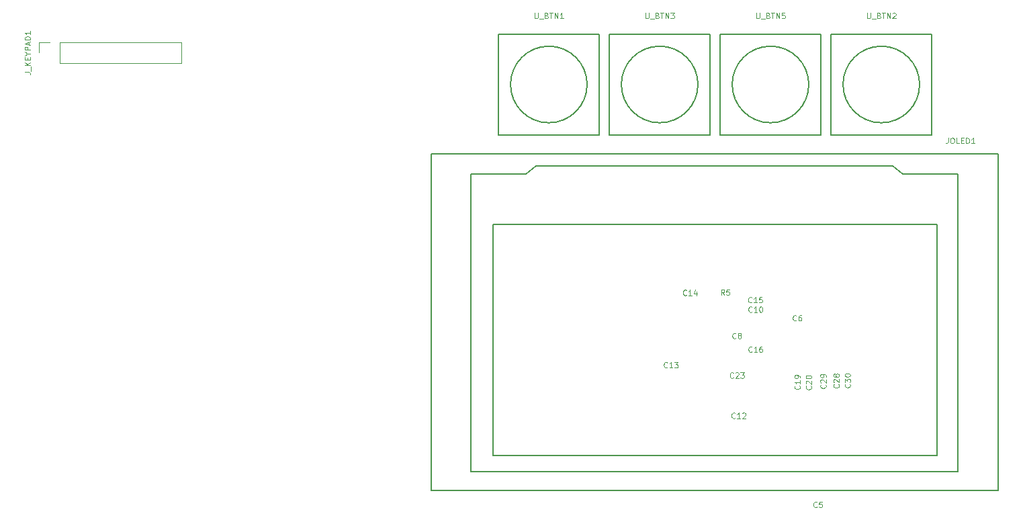
<source format=gbr>
G04 #@! TF.GenerationSoftware,KiCad,Pcbnew,(5.1.2-1)-1*
G04 #@! TF.CreationDate,2019-07-19T21:50:30+01:00*
G04 #@! TF.ProjectId,ControlModule,436f6e74-726f-46c4-9d6f-64756c652e6b,C*
G04 #@! TF.SameCoordinates,Original*
G04 #@! TF.FileFunction,Legend,Top*
G04 #@! TF.FilePolarity,Positive*
%FSLAX46Y46*%
G04 Gerber Fmt 4.6, Leading zero omitted, Abs format (unit mm)*
G04 Created by KiCad (PCBNEW (5.1.2-1)-1) date 2019-07-19 21:50:30*
%MOMM*%
%LPD*%
G04 APERTURE LIST*
%ADD10C,0.120000*%
%ADD11C,0.150000*%
%ADD12C,0.100000*%
G04 APERTURE END LIST*
D10*
X72355400Y-59994800D02*
X72355400Y-58664800D01*
X72355400Y-58664800D02*
X73685400Y-58664800D01*
X74955400Y-58664800D02*
X90255400Y-58664800D01*
X90255400Y-61324800D02*
X90255400Y-58664800D01*
X74955400Y-61324800D02*
X90255400Y-61324800D01*
X74955400Y-61324800D02*
X74955400Y-58664800D01*
D11*
X193230500Y-115189000D02*
X121729500Y-115189000D01*
X121729500Y-115189000D02*
X121729500Y-72771000D01*
X193230500Y-72771000D02*
X121729500Y-72771000D01*
X193230500Y-115189000D02*
X193230500Y-72771000D01*
X188150500Y-75311000D02*
X188150500Y-112776000D01*
X126746000Y-75311000D02*
X126746000Y-112776000D01*
X126746000Y-112776000D02*
X188150500Y-112776000D01*
X185547000Y-110744000D02*
X129540000Y-110744000D01*
X129540000Y-110744000D02*
X129540000Y-81661000D01*
X129540000Y-81661000D02*
X185547000Y-81661000D01*
X185547000Y-81661000D02*
X185547000Y-110744000D01*
X157480000Y-74295000D02*
X135001000Y-74295000D01*
X135001000Y-74295000D02*
X133731000Y-75311000D01*
X157480000Y-74295000D02*
X179959000Y-74295000D01*
X126746000Y-75311000D02*
X133731000Y-75311000D01*
X188150500Y-75311000D02*
X181229000Y-75311000D01*
X181229000Y-75311000D02*
X179959000Y-74295000D01*
X136588500Y-70358000D02*
X130238500Y-70358000D01*
X130238500Y-70358000D02*
X130238500Y-57658000D01*
X130238500Y-57658000D02*
X142938500Y-57658000D01*
X142938500Y-57658000D02*
X142938500Y-70358000D01*
X142938500Y-70358000D02*
X136588500Y-70358000D01*
X141414500Y-64008000D02*
G75*
G03X141414500Y-64008000I-4826000J0D01*
G01*
X150558500Y-70358000D02*
X144208500Y-70358000D01*
X144208500Y-70358000D02*
X144208500Y-57658000D01*
X144208500Y-57658000D02*
X156908500Y-57658000D01*
X156908500Y-57658000D02*
X156908500Y-70358000D01*
X156908500Y-70358000D02*
X150558500Y-70358000D01*
X155384500Y-64008000D02*
G75*
G03X155384500Y-64008000I-4826000J0D01*
G01*
X169354500Y-64008000D02*
G75*
G03X169354500Y-64008000I-4826000J0D01*
G01*
X170878500Y-70358000D02*
X164528500Y-70358000D01*
X170878500Y-57658000D02*
X170878500Y-70358000D01*
X158178500Y-57658000D02*
X170878500Y-57658000D01*
X158178500Y-70358000D02*
X158178500Y-57658000D01*
X164528500Y-70358000D02*
X158178500Y-70358000D01*
X178498500Y-70358000D02*
X172148500Y-70358000D01*
X172148500Y-70358000D02*
X172148500Y-57658000D01*
X172148500Y-57658000D02*
X184848500Y-57658000D01*
X184848500Y-57658000D02*
X184848500Y-70358000D01*
X184848500Y-70358000D02*
X178498500Y-70358000D01*
X183324500Y-64008000D02*
G75*
G03X183324500Y-64008000I-4826000J0D01*
G01*
D12*
X174519400Y-101770600D02*
X174552733Y-101803933D01*
X174586066Y-101903933D01*
X174586066Y-101970600D01*
X174552733Y-102070600D01*
X174486066Y-102137266D01*
X174419400Y-102170600D01*
X174286066Y-102203933D01*
X174186066Y-102203933D01*
X174052733Y-102170600D01*
X173986066Y-102137266D01*
X173919400Y-102070600D01*
X173886066Y-101970600D01*
X173886066Y-101903933D01*
X173919400Y-101803933D01*
X173952733Y-101770600D01*
X173886066Y-101537266D02*
X173886066Y-101103933D01*
X174152733Y-101337266D01*
X174152733Y-101237266D01*
X174186066Y-101170600D01*
X174219400Y-101137266D01*
X174286066Y-101103933D01*
X174452733Y-101103933D01*
X174519400Y-101137266D01*
X174552733Y-101170600D01*
X174586066Y-101237266D01*
X174586066Y-101437266D01*
X174552733Y-101503933D01*
X174519400Y-101537266D01*
X173886066Y-100670600D02*
X173886066Y-100603933D01*
X173919400Y-100537266D01*
X173952733Y-100503933D01*
X174019400Y-100470600D01*
X174152733Y-100437266D01*
X174319400Y-100437266D01*
X174452733Y-100470600D01*
X174519400Y-100503933D01*
X174552733Y-100537266D01*
X174586066Y-100603933D01*
X174586066Y-100670600D01*
X174552733Y-100737266D01*
X174519400Y-100770600D01*
X174452733Y-100803933D01*
X174319400Y-100837266D01*
X174152733Y-100837266D01*
X174019400Y-100803933D01*
X173952733Y-100770600D01*
X173919400Y-100737266D01*
X173886066Y-100670600D01*
X171446000Y-101846800D02*
X171479333Y-101880133D01*
X171512666Y-101980133D01*
X171512666Y-102046800D01*
X171479333Y-102146800D01*
X171412666Y-102213466D01*
X171346000Y-102246800D01*
X171212666Y-102280133D01*
X171112666Y-102280133D01*
X170979333Y-102246800D01*
X170912666Y-102213466D01*
X170846000Y-102146800D01*
X170812666Y-102046800D01*
X170812666Y-101980133D01*
X170846000Y-101880133D01*
X170879333Y-101846800D01*
X170879333Y-101580133D02*
X170846000Y-101546800D01*
X170812666Y-101480133D01*
X170812666Y-101313466D01*
X170846000Y-101246800D01*
X170879333Y-101213466D01*
X170946000Y-101180133D01*
X171012666Y-101180133D01*
X171112666Y-101213466D01*
X171512666Y-101613466D01*
X171512666Y-101180133D01*
X171512666Y-100846800D02*
X171512666Y-100713466D01*
X171479333Y-100646800D01*
X171446000Y-100613466D01*
X171346000Y-100546800D01*
X171212666Y-100513466D01*
X170946000Y-100513466D01*
X170879333Y-100546800D01*
X170846000Y-100580133D01*
X170812666Y-100646800D01*
X170812666Y-100780133D01*
X170846000Y-100846800D01*
X170879333Y-100880133D01*
X170946000Y-100913466D01*
X171112666Y-100913466D01*
X171179333Y-100880133D01*
X171212666Y-100846800D01*
X171246000Y-100780133D01*
X171246000Y-100646800D01*
X171212666Y-100580133D01*
X171179333Y-100546800D01*
X171112666Y-100513466D01*
X173097000Y-101796000D02*
X173130333Y-101829333D01*
X173163666Y-101929333D01*
X173163666Y-101996000D01*
X173130333Y-102096000D01*
X173063666Y-102162666D01*
X172997000Y-102196000D01*
X172863666Y-102229333D01*
X172763666Y-102229333D01*
X172630333Y-102196000D01*
X172563666Y-102162666D01*
X172497000Y-102096000D01*
X172463666Y-101996000D01*
X172463666Y-101929333D01*
X172497000Y-101829333D01*
X172530333Y-101796000D01*
X172530333Y-101529333D02*
X172497000Y-101496000D01*
X172463666Y-101429333D01*
X172463666Y-101262666D01*
X172497000Y-101196000D01*
X172530333Y-101162666D01*
X172597000Y-101129333D01*
X172663666Y-101129333D01*
X172763666Y-101162666D01*
X173163666Y-101562666D01*
X173163666Y-101129333D01*
X172763666Y-100729333D02*
X172730333Y-100796000D01*
X172697000Y-100829333D01*
X172630333Y-100862666D01*
X172597000Y-100862666D01*
X172530333Y-100829333D01*
X172497000Y-100796000D01*
X172463666Y-100729333D01*
X172463666Y-100596000D01*
X172497000Y-100529333D01*
X172530333Y-100496000D01*
X172597000Y-100462666D01*
X172630333Y-100462666D01*
X172697000Y-100496000D01*
X172730333Y-100529333D01*
X172763666Y-100596000D01*
X172763666Y-100729333D01*
X172797000Y-100796000D01*
X172830333Y-100829333D01*
X172897000Y-100862666D01*
X173030333Y-100862666D01*
X173097000Y-100829333D01*
X173130333Y-100796000D01*
X173163666Y-100729333D01*
X173163666Y-100596000D01*
X173130333Y-100529333D01*
X173097000Y-100496000D01*
X173030333Y-100462666D01*
X172897000Y-100462666D01*
X172830333Y-100496000D01*
X172797000Y-100529333D01*
X172763666Y-100596000D01*
X70532066Y-62461466D02*
X71032066Y-62461466D01*
X71132066Y-62494800D01*
X71198733Y-62561466D01*
X71232066Y-62661466D01*
X71232066Y-62728133D01*
X71298733Y-62294800D02*
X71298733Y-61761466D01*
X71232066Y-61594800D02*
X70532066Y-61594800D01*
X71232066Y-61194800D02*
X70832066Y-61494800D01*
X70532066Y-61194800D02*
X70932066Y-61594800D01*
X70865400Y-60894800D02*
X70865400Y-60661466D01*
X71232066Y-60561466D02*
X71232066Y-60894800D01*
X70532066Y-60894800D01*
X70532066Y-60561466D01*
X70898733Y-60128133D02*
X71232066Y-60128133D01*
X70532066Y-60361466D02*
X70898733Y-60128133D01*
X70532066Y-59894800D01*
X71232066Y-59661466D02*
X70532066Y-59661466D01*
X70532066Y-59394800D01*
X70565400Y-59328133D01*
X70598733Y-59294800D01*
X70665400Y-59261466D01*
X70765400Y-59261466D01*
X70832066Y-59294800D01*
X70865400Y-59328133D01*
X70898733Y-59394800D01*
X70898733Y-59661466D01*
X71032066Y-58994800D02*
X71032066Y-58661466D01*
X71232066Y-59061466D02*
X70532066Y-58828133D01*
X71232066Y-58594800D01*
X71232066Y-58361466D02*
X70532066Y-58361466D01*
X70532066Y-58194800D01*
X70565400Y-58094800D01*
X70632066Y-58028133D01*
X70698733Y-57994800D01*
X70832066Y-57961466D01*
X70932066Y-57961466D01*
X71065400Y-57994800D01*
X71132066Y-58028133D01*
X71198733Y-58094800D01*
X71232066Y-58194800D01*
X71232066Y-58361466D01*
X71232066Y-57294800D02*
X71232066Y-57694800D01*
X71232066Y-57494800D02*
X70532066Y-57494800D01*
X70632066Y-57561466D01*
X70698733Y-57628133D01*
X70732066Y-57694800D01*
X186918000Y-70736666D02*
X186918000Y-71236666D01*
X186884666Y-71336666D01*
X186818000Y-71403333D01*
X186718000Y-71436666D01*
X186651333Y-71436666D01*
X187384666Y-70736666D02*
X187518000Y-70736666D01*
X187584666Y-70770000D01*
X187651333Y-70836666D01*
X187684666Y-70970000D01*
X187684666Y-71203333D01*
X187651333Y-71336666D01*
X187584666Y-71403333D01*
X187518000Y-71436666D01*
X187384666Y-71436666D01*
X187318000Y-71403333D01*
X187251333Y-71336666D01*
X187218000Y-71203333D01*
X187218000Y-70970000D01*
X187251333Y-70836666D01*
X187318000Y-70770000D01*
X187384666Y-70736666D01*
X188318000Y-71436666D02*
X187984666Y-71436666D01*
X187984666Y-70736666D01*
X188551333Y-71070000D02*
X188784666Y-71070000D01*
X188884666Y-71436666D02*
X188551333Y-71436666D01*
X188551333Y-70736666D01*
X188884666Y-70736666D01*
X189184666Y-71436666D02*
X189184666Y-70736666D01*
X189351333Y-70736666D01*
X189451333Y-70770000D01*
X189518000Y-70836666D01*
X189551333Y-70903333D01*
X189584666Y-71036666D01*
X189584666Y-71136666D01*
X189551333Y-71270000D01*
X189518000Y-71336666D01*
X189451333Y-71403333D01*
X189351333Y-71436666D01*
X189184666Y-71436666D01*
X190251333Y-71436666D02*
X189851333Y-71436666D01*
X190051333Y-71436666D02*
X190051333Y-70736666D01*
X189984666Y-70836666D01*
X189918000Y-70903333D01*
X189851333Y-70936666D01*
X134805166Y-54988666D02*
X134805166Y-55555333D01*
X134838500Y-55622000D01*
X134871833Y-55655333D01*
X134938500Y-55688666D01*
X135071833Y-55688666D01*
X135138500Y-55655333D01*
X135171833Y-55622000D01*
X135205166Y-55555333D01*
X135205166Y-54988666D01*
X135371833Y-55755333D02*
X135905166Y-55755333D01*
X136305166Y-55322000D02*
X136405166Y-55355333D01*
X136438500Y-55388666D01*
X136471833Y-55455333D01*
X136471833Y-55555333D01*
X136438500Y-55622000D01*
X136405166Y-55655333D01*
X136338500Y-55688666D01*
X136071833Y-55688666D01*
X136071833Y-54988666D01*
X136305166Y-54988666D01*
X136371833Y-55022000D01*
X136405166Y-55055333D01*
X136438500Y-55122000D01*
X136438500Y-55188666D01*
X136405166Y-55255333D01*
X136371833Y-55288666D01*
X136305166Y-55322000D01*
X136071833Y-55322000D01*
X136671833Y-54988666D02*
X137071833Y-54988666D01*
X136871833Y-55688666D02*
X136871833Y-54988666D01*
X137305166Y-55688666D02*
X137305166Y-54988666D01*
X137705166Y-55688666D01*
X137705166Y-54988666D01*
X138405166Y-55688666D02*
X138005166Y-55688666D01*
X138205166Y-55688666D02*
X138205166Y-54988666D01*
X138138500Y-55088666D01*
X138071833Y-55155333D01*
X138005166Y-55188666D01*
X148775166Y-54988666D02*
X148775166Y-55555333D01*
X148808500Y-55622000D01*
X148841833Y-55655333D01*
X148908500Y-55688666D01*
X149041833Y-55688666D01*
X149108500Y-55655333D01*
X149141833Y-55622000D01*
X149175166Y-55555333D01*
X149175166Y-54988666D01*
X149341833Y-55755333D02*
X149875166Y-55755333D01*
X150275166Y-55322000D02*
X150375166Y-55355333D01*
X150408500Y-55388666D01*
X150441833Y-55455333D01*
X150441833Y-55555333D01*
X150408500Y-55622000D01*
X150375166Y-55655333D01*
X150308500Y-55688666D01*
X150041833Y-55688666D01*
X150041833Y-54988666D01*
X150275166Y-54988666D01*
X150341833Y-55022000D01*
X150375166Y-55055333D01*
X150408500Y-55122000D01*
X150408500Y-55188666D01*
X150375166Y-55255333D01*
X150341833Y-55288666D01*
X150275166Y-55322000D01*
X150041833Y-55322000D01*
X150641833Y-54988666D02*
X151041833Y-54988666D01*
X150841833Y-55688666D02*
X150841833Y-54988666D01*
X151275166Y-55688666D02*
X151275166Y-54988666D01*
X151675166Y-55688666D01*
X151675166Y-54988666D01*
X151941833Y-54988666D02*
X152375166Y-54988666D01*
X152141833Y-55255333D01*
X152241833Y-55255333D01*
X152308500Y-55288666D01*
X152341833Y-55322000D01*
X152375166Y-55388666D01*
X152375166Y-55555333D01*
X152341833Y-55622000D01*
X152308500Y-55655333D01*
X152241833Y-55688666D01*
X152041833Y-55688666D01*
X151975166Y-55655333D01*
X151941833Y-55622000D01*
X162745166Y-54988666D02*
X162745166Y-55555333D01*
X162778500Y-55622000D01*
X162811833Y-55655333D01*
X162878500Y-55688666D01*
X163011833Y-55688666D01*
X163078500Y-55655333D01*
X163111833Y-55622000D01*
X163145166Y-55555333D01*
X163145166Y-54988666D01*
X163311833Y-55755333D02*
X163845166Y-55755333D01*
X164245166Y-55322000D02*
X164345166Y-55355333D01*
X164378500Y-55388666D01*
X164411833Y-55455333D01*
X164411833Y-55555333D01*
X164378500Y-55622000D01*
X164345166Y-55655333D01*
X164278500Y-55688666D01*
X164011833Y-55688666D01*
X164011833Y-54988666D01*
X164245166Y-54988666D01*
X164311833Y-55022000D01*
X164345166Y-55055333D01*
X164378500Y-55122000D01*
X164378500Y-55188666D01*
X164345166Y-55255333D01*
X164311833Y-55288666D01*
X164245166Y-55322000D01*
X164011833Y-55322000D01*
X164611833Y-54988666D02*
X165011833Y-54988666D01*
X164811833Y-55688666D02*
X164811833Y-54988666D01*
X165245166Y-55688666D02*
X165245166Y-54988666D01*
X165645166Y-55688666D01*
X165645166Y-54988666D01*
X166311833Y-54988666D02*
X165978500Y-54988666D01*
X165945166Y-55322000D01*
X165978500Y-55288666D01*
X166045166Y-55255333D01*
X166211833Y-55255333D01*
X166278500Y-55288666D01*
X166311833Y-55322000D01*
X166345166Y-55388666D01*
X166345166Y-55555333D01*
X166311833Y-55622000D01*
X166278500Y-55655333D01*
X166211833Y-55688666D01*
X166045166Y-55688666D01*
X165978500Y-55655333D01*
X165945166Y-55622000D01*
X176715166Y-54988666D02*
X176715166Y-55555333D01*
X176748500Y-55622000D01*
X176781833Y-55655333D01*
X176848500Y-55688666D01*
X176981833Y-55688666D01*
X177048500Y-55655333D01*
X177081833Y-55622000D01*
X177115166Y-55555333D01*
X177115166Y-54988666D01*
X177281833Y-55755333D02*
X177815166Y-55755333D01*
X178215166Y-55322000D02*
X178315166Y-55355333D01*
X178348500Y-55388666D01*
X178381833Y-55455333D01*
X178381833Y-55555333D01*
X178348500Y-55622000D01*
X178315166Y-55655333D01*
X178248500Y-55688666D01*
X177981833Y-55688666D01*
X177981833Y-54988666D01*
X178215166Y-54988666D01*
X178281833Y-55022000D01*
X178315166Y-55055333D01*
X178348500Y-55122000D01*
X178348500Y-55188666D01*
X178315166Y-55255333D01*
X178281833Y-55288666D01*
X178215166Y-55322000D01*
X177981833Y-55322000D01*
X178581833Y-54988666D02*
X178981833Y-54988666D01*
X178781833Y-55688666D02*
X178781833Y-54988666D01*
X179215166Y-55688666D02*
X179215166Y-54988666D01*
X179615166Y-55688666D01*
X179615166Y-54988666D01*
X179915166Y-55055333D02*
X179948500Y-55022000D01*
X180015166Y-54988666D01*
X180181833Y-54988666D01*
X180248500Y-55022000D01*
X180281833Y-55055333D01*
X180315166Y-55122000D01*
X180315166Y-55188666D01*
X180281833Y-55288666D01*
X179881833Y-55688666D01*
X180315166Y-55688666D01*
X170380833Y-117217000D02*
X170347500Y-117250333D01*
X170247500Y-117283666D01*
X170180833Y-117283666D01*
X170080833Y-117250333D01*
X170014166Y-117183666D01*
X169980833Y-117117000D01*
X169947500Y-116983666D01*
X169947500Y-116883666D01*
X169980833Y-116750333D01*
X170014166Y-116683666D01*
X170080833Y-116617000D01*
X170180833Y-116583666D01*
X170247500Y-116583666D01*
X170347500Y-116617000D01*
X170380833Y-116650333D01*
X171014166Y-116583666D02*
X170680833Y-116583666D01*
X170647500Y-116917000D01*
X170680833Y-116883666D01*
X170747500Y-116850333D01*
X170914166Y-116850333D01*
X170980833Y-116883666D01*
X171014166Y-116917000D01*
X171047500Y-116983666D01*
X171047500Y-117150333D01*
X171014166Y-117217000D01*
X170980833Y-117250333D01*
X170914166Y-117283666D01*
X170747500Y-117283666D01*
X170680833Y-117250333D01*
X170647500Y-117217000D01*
X167777333Y-93722000D02*
X167744000Y-93755333D01*
X167644000Y-93788666D01*
X167577333Y-93788666D01*
X167477333Y-93755333D01*
X167410666Y-93688666D01*
X167377333Y-93622000D01*
X167344000Y-93488666D01*
X167344000Y-93388666D01*
X167377333Y-93255333D01*
X167410666Y-93188666D01*
X167477333Y-93122000D01*
X167577333Y-93088666D01*
X167644000Y-93088666D01*
X167744000Y-93122000D01*
X167777333Y-93155333D01*
X168377333Y-93088666D02*
X168244000Y-93088666D01*
X168177333Y-93122000D01*
X168144000Y-93155333D01*
X168077333Y-93255333D01*
X168044000Y-93388666D01*
X168044000Y-93655333D01*
X168077333Y-93722000D01*
X168110666Y-93755333D01*
X168177333Y-93788666D01*
X168310666Y-93788666D01*
X168377333Y-93755333D01*
X168410666Y-93722000D01*
X168444000Y-93655333D01*
X168444000Y-93488666D01*
X168410666Y-93422000D01*
X168377333Y-93388666D01*
X168310666Y-93355333D01*
X168177333Y-93355333D01*
X168110666Y-93388666D01*
X168077333Y-93422000D01*
X168044000Y-93488666D01*
X160157333Y-95957200D02*
X160124000Y-95990533D01*
X160024000Y-96023866D01*
X159957333Y-96023866D01*
X159857333Y-95990533D01*
X159790666Y-95923866D01*
X159757333Y-95857200D01*
X159724000Y-95723866D01*
X159724000Y-95623866D01*
X159757333Y-95490533D01*
X159790666Y-95423866D01*
X159857333Y-95357200D01*
X159957333Y-95323866D01*
X160024000Y-95323866D01*
X160124000Y-95357200D01*
X160157333Y-95390533D01*
X160557333Y-95623866D02*
X160490666Y-95590533D01*
X160457333Y-95557200D01*
X160424000Y-95490533D01*
X160424000Y-95457200D01*
X160457333Y-95390533D01*
X160490666Y-95357200D01*
X160557333Y-95323866D01*
X160690666Y-95323866D01*
X160757333Y-95357200D01*
X160790666Y-95390533D01*
X160824000Y-95457200D01*
X160824000Y-95490533D01*
X160790666Y-95557200D01*
X160757333Y-95590533D01*
X160690666Y-95623866D01*
X160557333Y-95623866D01*
X160490666Y-95657200D01*
X160457333Y-95690533D01*
X160424000Y-95757200D01*
X160424000Y-95890533D01*
X160457333Y-95957200D01*
X160490666Y-95990533D01*
X160557333Y-96023866D01*
X160690666Y-96023866D01*
X160757333Y-95990533D01*
X160790666Y-95957200D01*
X160824000Y-95890533D01*
X160824000Y-95757200D01*
X160790666Y-95690533D01*
X160757333Y-95657200D01*
X160690666Y-95623866D01*
X162186200Y-92629800D02*
X162152866Y-92663133D01*
X162052866Y-92696466D01*
X161986200Y-92696466D01*
X161886200Y-92663133D01*
X161819533Y-92596466D01*
X161786200Y-92529800D01*
X161752866Y-92396466D01*
X161752866Y-92296466D01*
X161786200Y-92163133D01*
X161819533Y-92096466D01*
X161886200Y-92029800D01*
X161986200Y-91996466D01*
X162052866Y-91996466D01*
X162152866Y-92029800D01*
X162186200Y-92063133D01*
X162852866Y-92696466D02*
X162452866Y-92696466D01*
X162652866Y-92696466D02*
X162652866Y-91996466D01*
X162586200Y-92096466D01*
X162519533Y-92163133D01*
X162452866Y-92196466D01*
X163286200Y-91996466D02*
X163352866Y-91996466D01*
X163419533Y-92029800D01*
X163452866Y-92063133D01*
X163486200Y-92129800D01*
X163519533Y-92263133D01*
X163519533Y-92429800D01*
X163486200Y-92563133D01*
X163452866Y-92629800D01*
X163419533Y-92663133D01*
X163352866Y-92696466D01*
X163286200Y-92696466D01*
X163219533Y-92663133D01*
X163186200Y-92629800D01*
X163152866Y-92563133D01*
X163119533Y-92429800D01*
X163119533Y-92263133D01*
X163152866Y-92129800D01*
X163186200Y-92063133D01*
X163219533Y-92029800D01*
X163286200Y-91996466D01*
X160052600Y-106015600D02*
X160019266Y-106048933D01*
X159919266Y-106082266D01*
X159852600Y-106082266D01*
X159752600Y-106048933D01*
X159685933Y-105982266D01*
X159652600Y-105915600D01*
X159619266Y-105782266D01*
X159619266Y-105682266D01*
X159652600Y-105548933D01*
X159685933Y-105482266D01*
X159752600Y-105415600D01*
X159852600Y-105382266D01*
X159919266Y-105382266D01*
X160019266Y-105415600D01*
X160052600Y-105448933D01*
X160719266Y-106082266D02*
X160319266Y-106082266D01*
X160519266Y-106082266D02*
X160519266Y-105382266D01*
X160452600Y-105482266D01*
X160385933Y-105548933D01*
X160319266Y-105582266D01*
X160985933Y-105448933D02*
X161019266Y-105415600D01*
X161085933Y-105382266D01*
X161252600Y-105382266D01*
X161319266Y-105415600D01*
X161352600Y-105448933D01*
X161385933Y-105515600D01*
X161385933Y-105582266D01*
X161352600Y-105682266D01*
X160952600Y-106082266D01*
X161385933Y-106082266D01*
X151518200Y-99638600D02*
X151484866Y-99671933D01*
X151384866Y-99705266D01*
X151318200Y-99705266D01*
X151218200Y-99671933D01*
X151151533Y-99605266D01*
X151118200Y-99538600D01*
X151084866Y-99405266D01*
X151084866Y-99305266D01*
X151118200Y-99171933D01*
X151151533Y-99105266D01*
X151218200Y-99038600D01*
X151318200Y-99005266D01*
X151384866Y-99005266D01*
X151484866Y-99038600D01*
X151518200Y-99071933D01*
X152184866Y-99705266D02*
X151784866Y-99705266D01*
X151984866Y-99705266D02*
X151984866Y-99005266D01*
X151918200Y-99105266D01*
X151851533Y-99171933D01*
X151784866Y-99205266D01*
X152418200Y-99005266D02*
X152851533Y-99005266D01*
X152618200Y-99271933D01*
X152718200Y-99271933D01*
X152784866Y-99305266D01*
X152818200Y-99338600D01*
X152851533Y-99405266D01*
X152851533Y-99571933D01*
X152818200Y-99638600D01*
X152784866Y-99671933D01*
X152718200Y-99705266D01*
X152518200Y-99705266D01*
X152451533Y-99671933D01*
X152418200Y-99638600D01*
X153931200Y-90521600D02*
X153897866Y-90554933D01*
X153797866Y-90588266D01*
X153731200Y-90588266D01*
X153631200Y-90554933D01*
X153564533Y-90488266D01*
X153531200Y-90421600D01*
X153497866Y-90288266D01*
X153497866Y-90188266D01*
X153531200Y-90054933D01*
X153564533Y-89988266D01*
X153631200Y-89921600D01*
X153731200Y-89888266D01*
X153797866Y-89888266D01*
X153897866Y-89921600D01*
X153931200Y-89954933D01*
X154597866Y-90588266D02*
X154197866Y-90588266D01*
X154397866Y-90588266D02*
X154397866Y-89888266D01*
X154331200Y-89988266D01*
X154264533Y-90054933D01*
X154197866Y-90088266D01*
X155197866Y-90121600D02*
X155197866Y-90588266D01*
X155031200Y-89854933D02*
X154864533Y-90354933D01*
X155297866Y-90354933D01*
X162160800Y-91436000D02*
X162127466Y-91469333D01*
X162027466Y-91502666D01*
X161960800Y-91502666D01*
X161860800Y-91469333D01*
X161794133Y-91402666D01*
X161760800Y-91336000D01*
X161727466Y-91202666D01*
X161727466Y-91102666D01*
X161760800Y-90969333D01*
X161794133Y-90902666D01*
X161860800Y-90836000D01*
X161960800Y-90802666D01*
X162027466Y-90802666D01*
X162127466Y-90836000D01*
X162160800Y-90869333D01*
X162827466Y-91502666D02*
X162427466Y-91502666D01*
X162627466Y-91502666D02*
X162627466Y-90802666D01*
X162560800Y-90902666D01*
X162494133Y-90969333D01*
X162427466Y-91002666D01*
X163460800Y-90802666D02*
X163127466Y-90802666D01*
X163094133Y-91136000D01*
X163127466Y-91102666D01*
X163194133Y-91069333D01*
X163360800Y-91069333D01*
X163427466Y-91102666D01*
X163460800Y-91136000D01*
X163494133Y-91202666D01*
X163494133Y-91369333D01*
X163460800Y-91436000D01*
X163427466Y-91469333D01*
X163360800Y-91502666D01*
X163194133Y-91502666D01*
X163127466Y-91469333D01*
X163094133Y-91436000D01*
X168194800Y-101973800D02*
X168228133Y-102007133D01*
X168261466Y-102107133D01*
X168261466Y-102173800D01*
X168228133Y-102273800D01*
X168161466Y-102340466D01*
X168094800Y-102373800D01*
X167961466Y-102407133D01*
X167861466Y-102407133D01*
X167728133Y-102373800D01*
X167661466Y-102340466D01*
X167594800Y-102273800D01*
X167561466Y-102173800D01*
X167561466Y-102107133D01*
X167594800Y-102007133D01*
X167628133Y-101973800D01*
X168261466Y-101307133D02*
X168261466Y-101707133D01*
X168261466Y-101507133D02*
X167561466Y-101507133D01*
X167661466Y-101573800D01*
X167728133Y-101640466D01*
X167761466Y-101707133D01*
X168261466Y-100973800D02*
X168261466Y-100840466D01*
X168228133Y-100773800D01*
X168194800Y-100740466D01*
X168094800Y-100673800D01*
X167961466Y-100640466D01*
X167694800Y-100640466D01*
X167628133Y-100673800D01*
X167594800Y-100707133D01*
X167561466Y-100773800D01*
X167561466Y-100907133D01*
X167594800Y-100973800D01*
X167628133Y-101007133D01*
X167694800Y-101040466D01*
X167861466Y-101040466D01*
X167928133Y-101007133D01*
X167961466Y-100973800D01*
X167994800Y-100907133D01*
X167994800Y-100773800D01*
X167961466Y-100707133D01*
X167928133Y-100673800D01*
X167861466Y-100640466D01*
X169617200Y-101999200D02*
X169650533Y-102032533D01*
X169683866Y-102132533D01*
X169683866Y-102199200D01*
X169650533Y-102299200D01*
X169583866Y-102365866D01*
X169517200Y-102399200D01*
X169383866Y-102432533D01*
X169283866Y-102432533D01*
X169150533Y-102399200D01*
X169083866Y-102365866D01*
X169017200Y-102299200D01*
X168983866Y-102199200D01*
X168983866Y-102132533D01*
X169017200Y-102032533D01*
X169050533Y-101999200D01*
X169050533Y-101732533D02*
X169017200Y-101699200D01*
X168983866Y-101632533D01*
X168983866Y-101465866D01*
X169017200Y-101399200D01*
X169050533Y-101365866D01*
X169117200Y-101332533D01*
X169183866Y-101332533D01*
X169283866Y-101365866D01*
X169683866Y-101765866D01*
X169683866Y-101332533D01*
X168983866Y-100899200D02*
X168983866Y-100832533D01*
X169017200Y-100765866D01*
X169050533Y-100732533D01*
X169117200Y-100699200D01*
X169250533Y-100665866D01*
X169417200Y-100665866D01*
X169550533Y-100699200D01*
X169617200Y-100732533D01*
X169650533Y-100765866D01*
X169683866Y-100832533D01*
X169683866Y-100899200D01*
X169650533Y-100965866D01*
X169617200Y-100999200D01*
X169550533Y-101032533D01*
X169417200Y-101065866D01*
X169250533Y-101065866D01*
X169117200Y-101032533D01*
X169050533Y-100999200D01*
X169017200Y-100965866D01*
X168983866Y-100899200D01*
X162186200Y-97659000D02*
X162152866Y-97692333D01*
X162052866Y-97725666D01*
X161986200Y-97725666D01*
X161886200Y-97692333D01*
X161819533Y-97625666D01*
X161786200Y-97559000D01*
X161752866Y-97425666D01*
X161752866Y-97325666D01*
X161786200Y-97192333D01*
X161819533Y-97125666D01*
X161886200Y-97059000D01*
X161986200Y-97025666D01*
X162052866Y-97025666D01*
X162152866Y-97059000D01*
X162186200Y-97092333D01*
X162852866Y-97725666D02*
X162452866Y-97725666D01*
X162652866Y-97725666D02*
X162652866Y-97025666D01*
X162586200Y-97125666D01*
X162519533Y-97192333D01*
X162452866Y-97225666D01*
X163452866Y-97025666D02*
X163319533Y-97025666D01*
X163252866Y-97059000D01*
X163219533Y-97092333D01*
X163152866Y-97192333D01*
X163119533Y-97325666D01*
X163119533Y-97592333D01*
X163152866Y-97659000D01*
X163186200Y-97692333D01*
X163252866Y-97725666D01*
X163386200Y-97725666D01*
X163452866Y-97692333D01*
X163486200Y-97659000D01*
X163519533Y-97592333D01*
X163519533Y-97425666D01*
X163486200Y-97359000D01*
X163452866Y-97325666D01*
X163386200Y-97292333D01*
X163252866Y-97292333D01*
X163186200Y-97325666D01*
X163152866Y-97359000D01*
X163119533Y-97425666D01*
X159849400Y-100935600D02*
X159816066Y-100968933D01*
X159716066Y-101002266D01*
X159649400Y-101002266D01*
X159549400Y-100968933D01*
X159482733Y-100902266D01*
X159449400Y-100835600D01*
X159416066Y-100702266D01*
X159416066Y-100602266D01*
X159449400Y-100468933D01*
X159482733Y-100402266D01*
X159549400Y-100335600D01*
X159649400Y-100302266D01*
X159716066Y-100302266D01*
X159816066Y-100335600D01*
X159849400Y-100368933D01*
X160116066Y-100368933D02*
X160149400Y-100335600D01*
X160216066Y-100302266D01*
X160382733Y-100302266D01*
X160449400Y-100335600D01*
X160482733Y-100368933D01*
X160516066Y-100435600D01*
X160516066Y-100502266D01*
X160482733Y-100602266D01*
X160082733Y-101002266D01*
X160516066Y-101002266D01*
X160749400Y-100302266D02*
X161182733Y-100302266D01*
X160949400Y-100568933D01*
X161049400Y-100568933D01*
X161116066Y-100602266D01*
X161149400Y-100635600D01*
X161182733Y-100702266D01*
X161182733Y-100868933D01*
X161149400Y-100935600D01*
X161116066Y-100968933D01*
X161049400Y-101002266D01*
X160849400Y-101002266D01*
X160782733Y-100968933D01*
X160749400Y-100935600D01*
X158709533Y-90537466D02*
X158476200Y-90204133D01*
X158309533Y-90537466D02*
X158309533Y-89837466D01*
X158576200Y-89837466D01*
X158642866Y-89870800D01*
X158676200Y-89904133D01*
X158709533Y-89970800D01*
X158709533Y-90070800D01*
X158676200Y-90137466D01*
X158642866Y-90170800D01*
X158576200Y-90204133D01*
X158309533Y-90204133D01*
X159342866Y-89837466D02*
X159009533Y-89837466D01*
X158976200Y-90170800D01*
X159009533Y-90137466D01*
X159076200Y-90104133D01*
X159242866Y-90104133D01*
X159309533Y-90137466D01*
X159342866Y-90170800D01*
X159376200Y-90237466D01*
X159376200Y-90404133D01*
X159342866Y-90470800D01*
X159309533Y-90504133D01*
X159242866Y-90537466D01*
X159076200Y-90537466D01*
X159009533Y-90504133D01*
X158976200Y-90470800D01*
M02*

</source>
